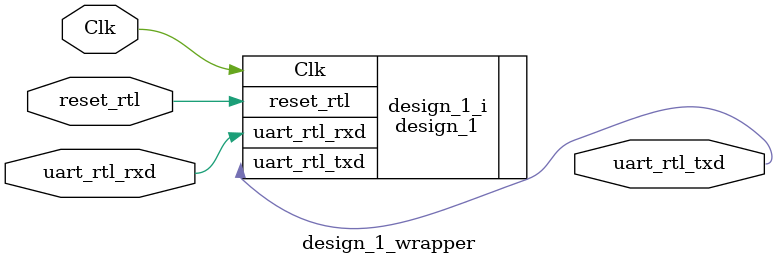
<source format=v>
`timescale 1 ps / 1 ps

module design_1_wrapper
   (Clk,
    reset_rtl,
    uart_rtl_rxd,
    uart_rtl_txd);
  input Clk;
  input reset_rtl;
  input uart_rtl_rxd;
  output uart_rtl_txd;

  wire Clk;
  wire reset_rtl;
  wire uart_rtl_rxd;
  wire uart_rtl_txd;

  design_1 design_1_i
       (.Clk(Clk),
        .reset_rtl(reset_rtl),
        .uart_rtl_rxd(uart_rtl_rxd),
        .uart_rtl_txd(uart_rtl_txd));
endmodule

</source>
